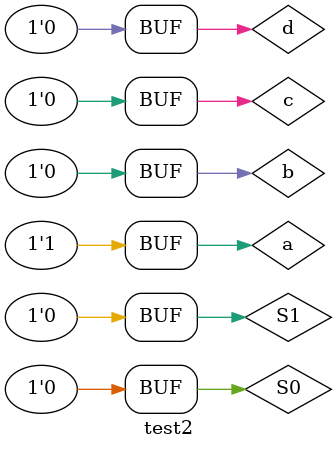
<source format=v>
`timescale 1ns / 1ps


module test2;

	// Inputs
	reg S0;
	reg S1;
	reg a;
	reg b;
	reg c;
	reg d;

	// Outputs
	wire out;

	// Instantiate the Unit Under Test (UUT)
	lab12 uut (
		.out(out), 
		.S0(S0), 
		.S1(S1), 
		.a(a), 
		.b(b), 
		.c(c), 
		.d(d)
	);

	initial begin
		// Initialize Inputs
		S0 = 0;
		S1 = 0;
		a = 1;
		b = 0;
		c = 0;
		d = 0;

		// Wait 100 ns for global reset to finish
		#100;
        
		// Add stimulus here

	end
      
endmodule


</source>
